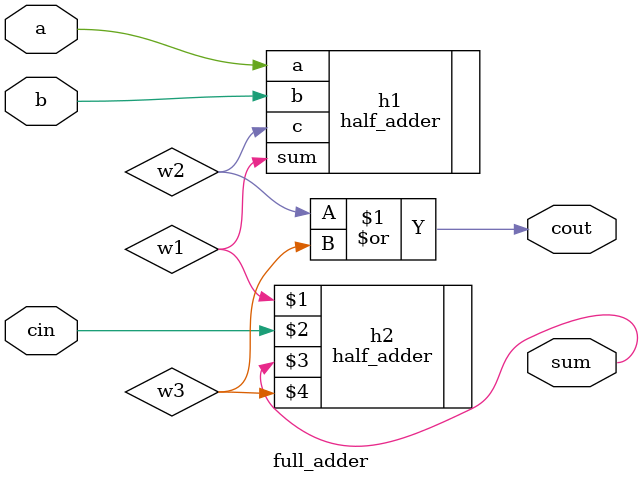
<source format=v>
`timescale 1ns / 1ps
module full_adder (a, b, cin, cout, sum);
    input a, b, cin;				// 3 input bits a, b and cin
    output cout, sum;			    // 2 output bits cout and sum
    wire w1, w2, w3;				// 3 wires to save intermediate outputs

// full_adder using two half adders
    half_adder h1(.a(a), .b(b), .sum(w1), .c(w2)); 		    // in1 = a, in2 = b, sum = w1, cout = w2
    half_adder h2(w1, cin, sum, w3);							// in1 = w1, in2 = cin, sum = sum, cout = w3
    or g1(cout, w2, w3);								    // cout = w2 | w3
endmodule

</source>
